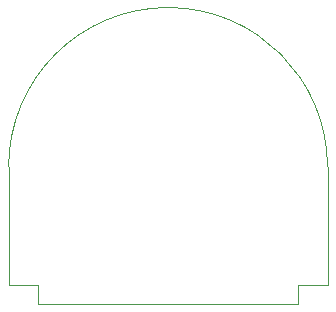
<source format=gm1>
G04*
G04 #@! TF.GenerationSoftware,Altium Limited,Altium Designer,21.0.8 (223)*
G04*
G04 Layer_Color=16711935*
%FSLAX25Y25*%
%MOIN*%
G70*
G04*
G04 #@! TF.SameCoordinates,DAC18CA6-1256-4E10-BBFD-4CDD4F333C27*
G04*
G04*
G04 #@! TF.FilePolarity,Positive*
G04*
G01*
G75*
%ADD78C,0.00394*%
D78*
X-0Y53150D02*
G03*
X-53150Y-0I-0J-53149D01*
G01*
X53150Y-0D02*
G03*
X-0Y53150I-53150J0D01*
G01*
X-43307Y-39370D02*
X-43307Y-45669D01*
X-53150Y-39370D02*
X-43307D01*
X-53150Y-0D02*
X-53150Y-39370D01*
X53150D02*
Y-0D01*
X43307Y-39370D02*
X53150Y-39370D01*
X43307Y-45669D02*
X43307Y-39370D01*
X-43307Y-45669D02*
X43307Y-45669D01*
M02*

</source>
